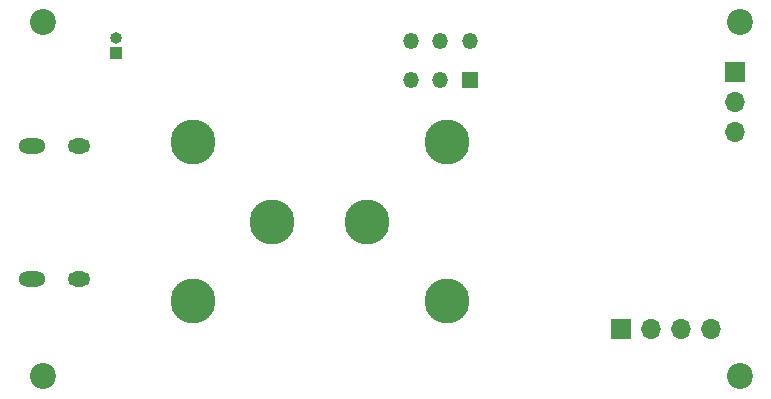
<source format=gbs>
%TF.GenerationSoftware,KiCad,Pcbnew,8.0.2-1*%
%TF.CreationDate,2024-09-30T14:56:41+09:00*%
%TF.ProjectId,gas_nrf52832,6761735f-6e72-4663-9532-3833322e6b69,rev?*%
%TF.SameCoordinates,Original*%
%TF.FileFunction,Soldermask,Bot*%
%TF.FilePolarity,Negative*%
%FSLAX46Y46*%
G04 Gerber Fmt 4.6, Leading zero omitted, Abs format (unit mm)*
G04 Created by KiCad (PCBNEW 8.0.2-1) date 2024-09-30 14:56:41*
%MOMM*%
%LPD*%
G01*
G04 APERTURE LIST*
%ADD10R,1.000000X1.000000*%
%ADD11O,1.000000X1.000000*%
%ADD12R,1.700000X1.700000*%
%ADD13O,1.700000X1.700000*%
%ADD14R,1.350000X1.350000*%
%ADD15O,1.350000X1.350000*%
%ADD16C,2.200000*%
%ADD17O,2.304000X1.304000*%
%ADD18O,1.904000X1.304000*%
%ADD19C,3.800000*%
G04 APERTURE END LIST*
D10*
X98080000Y-80640000D03*
D11*
X98080000Y-79370000D03*
D12*
X140820000Y-104000000D03*
D13*
X143360000Y-104000000D03*
X145900000Y-104000000D03*
X148440000Y-104000000D03*
D14*
X128000000Y-82900000D03*
D15*
X125500000Y-82900000D03*
X123000000Y-82900000D03*
X128000000Y-79600000D03*
X125500000Y-79600000D03*
X123000000Y-79600000D03*
D16*
X91900000Y-78000000D03*
X91900000Y-108000000D03*
X150900000Y-78000000D03*
X150900000Y-108000000D03*
D12*
X150500000Y-82235000D03*
D13*
X150500000Y-84775000D03*
X150500000Y-87315000D03*
D17*
X90950000Y-88490000D03*
X90950000Y-99730000D03*
D18*
X94950000Y-88490000D03*
X94950000Y-99730000D03*
D19*
X104550000Y-101650000D03*
X104550000Y-88150000D03*
X111300000Y-94900000D03*
X119300000Y-94900000D03*
X126050000Y-88150000D03*
X126050000Y-101650000D03*
M02*

</source>
